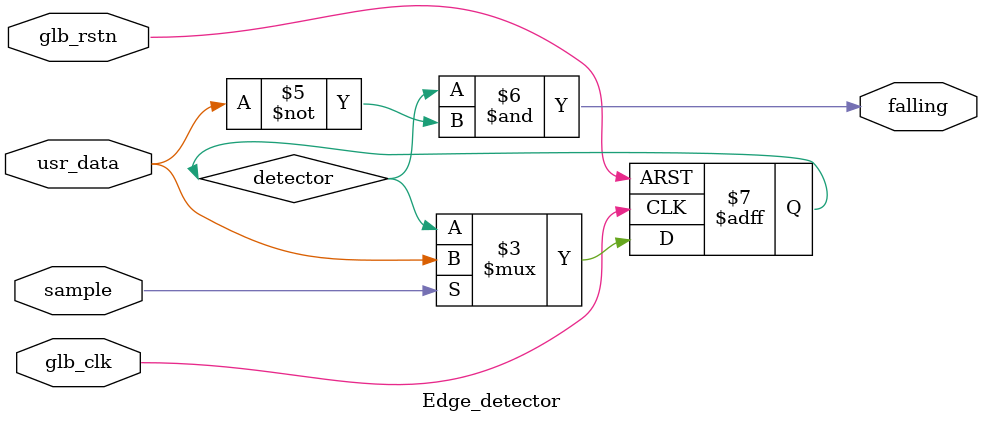
<source format=v>
`timescale 1ns / 1ps

module Edge_detector (
	 input glb_rstn
	,input glb_clk
	,input sample
	,input usr_data
	,output reg falling
 
);
reg detector;
always @(negedge glb_rstn or posedge glb_clk)
begin
	if(!glb_rstn) 
		 detector<=0 ;
	else 
	begin
		detector<=(sample)?usr_data:detector;
	end
end 
always @ (*)
begin
	falling=detector&~usr_data;
end // always

endmodule     	
</source>
